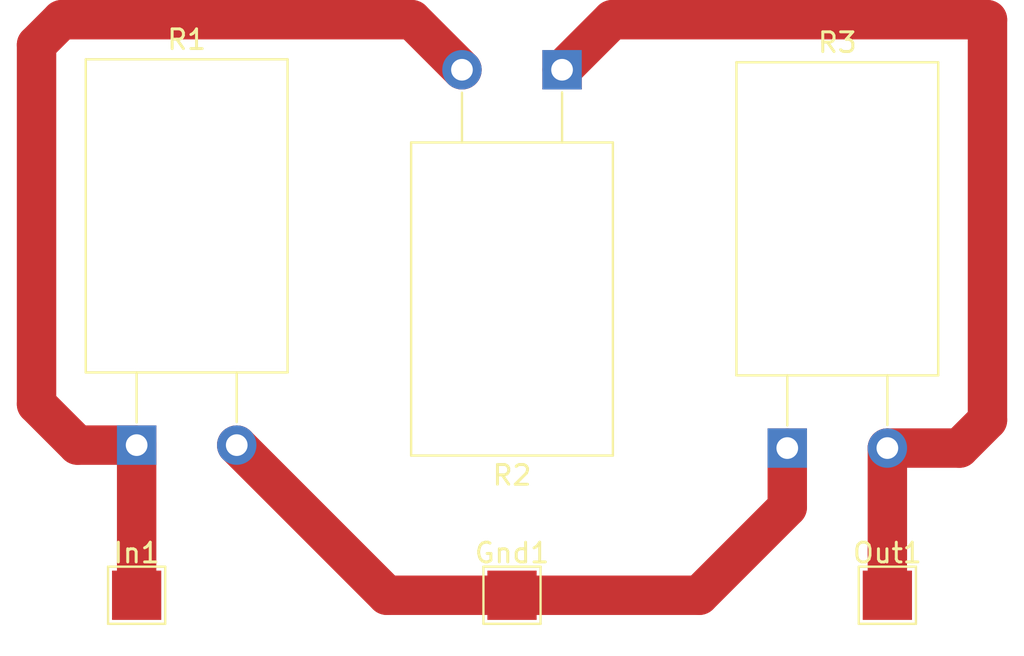
<source format=kicad_pcb>
(kicad_pcb (version 20171130) (host pcbnew 5.1.5-52549c5~84~ubuntu18.04.1)

  (general
    (thickness 1.6)
    (drawings 0)
    (tracks 18)
    (zones 0)
    (modules 6)
    (nets 4)
  )

  (page A4)
  (layers
    (0 F.Cu signal)
    (31 B.Cu signal)
    (32 B.Adhes user)
    (33 F.Adhes user)
    (34 B.Paste user)
    (35 F.Paste user)
    (36 B.SilkS user)
    (37 F.SilkS user)
    (38 B.Mask user)
    (39 F.Mask user)
    (40 Dwgs.User user)
    (41 Cmts.User user)
    (42 Eco1.User user)
    (43 Eco2.User user)
    (44 Edge.Cuts user)
    (45 Margin user)
    (46 B.CrtYd user)
    (47 F.CrtYd user)
    (48 B.Fab user)
    (49 F.Fab user)
  )

  (setup
    (last_trace_width 2)
    (user_trace_width 2)
    (trace_clearance 0.2)
    (zone_clearance 0.508)
    (zone_45_only no)
    (trace_min 0.2)
    (via_size 0.8)
    (via_drill 0.4)
    (via_min_size 0.4)
    (via_min_drill 0.3)
    (uvia_size 0.3)
    (uvia_drill 0.1)
    (uvias_allowed no)
    (uvia_min_size 0.2)
    (uvia_min_drill 0.1)
    (edge_width 0.05)
    (segment_width 0.2)
    (pcb_text_width 0.3)
    (pcb_text_size 1.5 1.5)
    (mod_edge_width 0.12)
    (mod_text_size 1 1)
    (mod_text_width 0.15)
    (pad_size 1.524 1.524)
    (pad_drill 0.762)
    (pad_to_mask_clearance 0.051)
    (solder_mask_min_width 0.25)
    (aux_axis_origin 0 0)
    (visible_elements FFFFFF7F)
    (pcbplotparams
      (layerselection 0x010fc_ffffffff)
      (usegerberextensions false)
      (usegerberattributes false)
      (usegerberadvancedattributes false)
      (creategerberjobfile false)
      (excludeedgelayer true)
      (linewidth 0.100000)
      (plotframeref false)
      (viasonmask false)
      (mode 1)
      (useauxorigin false)
      (hpglpennumber 1)
      (hpglpenspeed 20)
      (hpglpendiameter 15.000000)
      (psnegative false)
      (psa4output false)
      (plotreference true)
      (plotvalue true)
      (plotinvisibletext false)
      (padsonsilk false)
      (subtractmaskfromsilk false)
      (outputformat 1)
      (mirror false)
      (drillshape 1)
      (scaleselection 1)
      (outputdirectory ""))
  )

  (net 0 "")
  (net 1 GNDREF)
  (net 2 "Net-(In1-Pad1)")
  (net 3 "Net-(Out1-Pad1)")

  (net_class Default "This is the default net class."
    (clearance 0.2)
    (trace_width 0.25)
    (via_dia 0.8)
    (via_drill 0.4)
    (uvia_dia 0.3)
    (uvia_drill 0.1)
    (add_net GNDREF)
    (add_net "Net-(In1-Pad1)")
    (add_net "Net-(Out1-Pad1)")
  )

  (module TestPoint:TestPoint_Pad_2.5x2.5mm (layer F.Cu) (tedit 5A0F774F) (tstamp 5E24B19E)
    (at 124.46 102.87)
    (descr "SMD rectangular pad as test Point, square 2.5mm side length")
    (tags "test point SMD pad rectangle square")
    (path /5E247802)
    (attr virtual)
    (fp_text reference In1 (at 0 -2.148) (layer F.SilkS)
      (effects (font (size 1 1) (thickness 0.15)))
    )
    (fp_text value MountingHole_Pad (at 0 2.25) (layer F.Fab)
      (effects (font (size 1 1) (thickness 0.15)))
    )
    (fp_line (start 1.75 1.75) (end -1.75 1.75) (layer F.CrtYd) (width 0.05))
    (fp_line (start 1.75 1.75) (end 1.75 -1.75) (layer F.CrtYd) (width 0.05))
    (fp_line (start -1.75 -1.75) (end -1.75 1.75) (layer F.CrtYd) (width 0.05))
    (fp_line (start -1.75 -1.75) (end 1.75 -1.75) (layer F.CrtYd) (width 0.05))
    (fp_line (start -1.45 1.45) (end -1.45 -1.45) (layer F.SilkS) (width 0.12))
    (fp_line (start 1.45 1.45) (end -1.45 1.45) (layer F.SilkS) (width 0.12))
    (fp_line (start 1.45 -1.45) (end 1.45 1.45) (layer F.SilkS) (width 0.12))
    (fp_line (start -1.45 -1.45) (end 1.45 -1.45) (layer F.SilkS) (width 0.12))
    (fp_text user %R (at 0 -2.15) (layer F.Fab)
      (effects (font (size 1 1) (thickness 0.15)))
    )
    (pad 1 smd rect (at 0 0) (size 2.5 2.5) (layers F.Cu F.Mask)
      (net 2 "Net-(In1-Pad1)"))
  )

  (module Package_TO_SOT_THT:TO-220-2_Horizontal_TabDown (layer F.Cu) (tedit 5AC8BA0D) (tstamp 5E24B203)
    (at 157.48 95.4)
    (descr "TO-220-2, Horizontal, RM 5.08mm, see https://www.centralsemi.com/PDFS/CASE/TO-220-2PD.PDF")
    (tags "TO-220-2 Horizontal RM 5.08mm")
    (path /5E243DCD)
    (fp_text reference R3 (at 2.54 -20.58) (layer F.SilkS)
      (effects (font (size 1 1) (thickness 0.15)))
    )
    (fp_text value 100R (at 2.54 2) (layer F.Fab)
      (effects (font (size 1 1) (thickness 0.15)))
    )
    (fp_text user %R (at 2.54 -20.58) (layer F.Fab)
      (effects (font (size 1 1) (thickness 0.15)))
    )
    (fp_line (start 7.79 -19.71) (end -2.71 -19.71) (layer F.CrtYd) (width 0.05))
    (fp_line (start 7.79 1.25) (end 7.79 -19.71) (layer F.CrtYd) (width 0.05))
    (fp_line (start -2.71 1.25) (end 7.79 1.25) (layer F.CrtYd) (width 0.05))
    (fp_line (start -2.71 -19.71) (end -2.71 1.25) (layer F.CrtYd) (width 0.05))
    (fp_line (start 5.08 -3.69) (end 5.08 -1.165) (layer F.SilkS) (width 0.12))
    (fp_line (start 0 -3.69) (end 0 -1.15) (layer F.SilkS) (width 0.12))
    (fp_line (start 7.66 -19.58) (end 7.66 -3.69) (layer F.SilkS) (width 0.12))
    (fp_line (start -2.58 -19.58) (end -2.58 -3.69) (layer F.SilkS) (width 0.12))
    (fp_line (start -2.58 -19.58) (end 7.66 -19.58) (layer F.SilkS) (width 0.12))
    (fp_line (start -2.58 -3.69) (end 7.66 -3.69) (layer F.SilkS) (width 0.12))
    (fp_line (start 5.08 -3.81) (end 5.08 0) (layer F.Fab) (width 0.1))
    (fp_line (start 0 -3.81) (end 0 0) (layer F.Fab) (width 0.1))
    (fp_line (start 7.54 -3.81) (end -2.46 -3.81) (layer F.Fab) (width 0.1))
    (fp_line (start 7.54 -13.06) (end 7.54 -3.81) (layer F.Fab) (width 0.1))
    (fp_line (start -2.46 -13.06) (end 7.54 -13.06) (layer F.Fab) (width 0.1))
    (fp_line (start -2.46 -3.81) (end -2.46 -13.06) (layer F.Fab) (width 0.1))
    (fp_line (start 7.54 -13.06) (end -2.46 -13.06) (layer F.Fab) (width 0.1))
    (fp_line (start 7.54 -19.46) (end 7.54 -13.06) (layer F.Fab) (width 0.1))
    (fp_line (start -2.46 -19.46) (end 7.54 -19.46) (layer F.Fab) (width 0.1))
    (fp_line (start -2.46 -13.06) (end -2.46 -19.46) (layer F.Fab) (width 0.1))
    (fp_circle (center 2.54 -16.66) (end 4.39 -16.66) (layer F.Fab) (width 0.1))
    (pad 2 thru_hole oval (at 5.08 0) (size 2 2) (drill 1.1) (layers *.Cu *.Mask)
      (net 3 "Net-(Out1-Pad1)"))
    (pad 1 thru_hole rect (at 0 0) (size 2 2) (drill 1.1) (layers *.Cu *.Mask)
      (net 1 GNDREF))
    (pad "" np_thru_hole oval (at 2.54 -16.66) (size 3.5 3.5) (drill 3.5) (layers *.Cu *.Mask))
    (model ${KISYS3DMOD}/Package_TO_SOT_THT.3dshapes/TO-220-2_Horizontal_TabDown.wrl
      (at (xyz 0 0 0))
      (scale (xyz 1 1 1))
      (rotate (xyz 0 0 0))
    )
  )

  (module Package_TO_SOT_THT:TO-220-2_Horizontal_TabDown (layer F.Cu) (tedit 5AC8BA0D) (tstamp 5E24B1E6)
    (at 146.05 76.2 180)
    (descr "TO-220-2, Horizontal, RM 5.08mm, see https://www.centralsemi.com/PDFS/CASE/TO-220-2PD.PDF")
    (tags "TO-220-2 Horizontal RM 5.08mm")
    (path /5E2440FD)
    (fp_text reference R2 (at 2.54 -20.58) (layer F.SilkS)
      (effects (font (size 1 1) (thickness 0.15)))
    )
    (fp_text value 75R (at 2.54 2) (layer F.Fab)
      (effects (font (size 1 1) (thickness 0.15)))
    )
    (fp_text user %R (at 2.54 -20.58) (layer F.Fab)
      (effects (font (size 1 1) (thickness 0.15)))
    )
    (fp_line (start 7.79 -19.71) (end -2.71 -19.71) (layer F.CrtYd) (width 0.05))
    (fp_line (start 7.79 1.25) (end 7.79 -19.71) (layer F.CrtYd) (width 0.05))
    (fp_line (start -2.71 1.25) (end 7.79 1.25) (layer F.CrtYd) (width 0.05))
    (fp_line (start -2.71 -19.71) (end -2.71 1.25) (layer F.CrtYd) (width 0.05))
    (fp_line (start 5.08 -3.69) (end 5.08 -1.165) (layer F.SilkS) (width 0.12))
    (fp_line (start 0 -3.69) (end 0 -1.15) (layer F.SilkS) (width 0.12))
    (fp_line (start 7.66 -19.58) (end 7.66 -3.69) (layer F.SilkS) (width 0.12))
    (fp_line (start -2.58 -19.58) (end -2.58 -3.69) (layer F.SilkS) (width 0.12))
    (fp_line (start -2.58 -19.58) (end 7.66 -19.58) (layer F.SilkS) (width 0.12))
    (fp_line (start -2.58 -3.69) (end 7.66 -3.69) (layer F.SilkS) (width 0.12))
    (fp_line (start 5.08 -3.81) (end 5.08 0) (layer F.Fab) (width 0.1))
    (fp_line (start 0 -3.81) (end 0 0) (layer F.Fab) (width 0.1))
    (fp_line (start 7.54 -3.81) (end -2.46 -3.81) (layer F.Fab) (width 0.1))
    (fp_line (start 7.54 -13.06) (end 7.54 -3.81) (layer F.Fab) (width 0.1))
    (fp_line (start -2.46 -13.06) (end 7.54 -13.06) (layer F.Fab) (width 0.1))
    (fp_line (start -2.46 -3.81) (end -2.46 -13.06) (layer F.Fab) (width 0.1))
    (fp_line (start 7.54 -13.06) (end -2.46 -13.06) (layer F.Fab) (width 0.1))
    (fp_line (start 7.54 -19.46) (end 7.54 -13.06) (layer F.Fab) (width 0.1))
    (fp_line (start -2.46 -19.46) (end 7.54 -19.46) (layer F.Fab) (width 0.1))
    (fp_line (start -2.46 -13.06) (end -2.46 -19.46) (layer F.Fab) (width 0.1))
    (fp_circle (center 2.54 -16.66) (end 4.39 -16.66) (layer F.Fab) (width 0.1))
    (pad 2 thru_hole oval (at 5.08 0 180) (size 2 2) (drill 1.1) (layers *.Cu *.Mask)
      (net 2 "Net-(In1-Pad1)"))
    (pad 1 thru_hole rect (at 0 0 180) (size 2 2) (drill 1.1) (layers *.Cu *.Mask)
      (net 3 "Net-(Out1-Pad1)"))
    (pad "" np_thru_hole oval (at 2.54 -16.66 180) (size 3.5 3.5) (drill 3.5) (layers *.Cu *.Mask))
    (model ${KISYS3DMOD}/Package_TO_SOT_THT.3dshapes/TO-220-2_Horizontal_TabDown.wrl
      (at (xyz 0 0 0))
      (scale (xyz 1 1 1))
      (rotate (xyz 0 0 0))
    )
  )

  (module Package_TO_SOT_THT:TO-220-2_Horizontal_TabDown (layer F.Cu) (tedit 5AC8BA0D) (tstamp 5E24B1C9)
    (at 124.46 95.25)
    (descr "TO-220-2, Horizontal, RM 5.08mm, see https://www.centralsemi.com/PDFS/CASE/TO-220-2PD.PDF")
    (tags "TO-220-2 Horizontal RM 5.08mm")
    (path /5E243A60)
    (fp_text reference R1 (at 2.54 -20.58) (layer F.SilkS)
      (effects (font (size 1 1) (thickness 0.15)))
    )
    (fp_text value 100R (at 2.54 2) (layer F.Fab)
      (effects (font (size 1 1) (thickness 0.15)))
    )
    (fp_text user %R (at 2.54 -20.58) (layer F.Fab)
      (effects (font (size 1 1) (thickness 0.15)))
    )
    (fp_line (start 7.79 -19.71) (end -2.71 -19.71) (layer F.CrtYd) (width 0.05))
    (fp_line (start 7.79 1.25) (end 7.79 -19.71) (layer F.CrtYd) (width 0.05))
    (fp_line (start -2.71 1.25) (end 7.79 1.25) (layer F.CrtYd) (width 0.05))
    (fp_line (start -2.71 -19.71) (end -2.71 1.25) (layer F.CrtYd) (width 0.05))
    (fp_line (start 5.08 -3.69) (end 5.08 -1.165) (layer F.SilkS) (width 0.12))
    (fp_line (start 0 -3.69) (end 0 -1.15) (layer F.SilkS) (width 0.12))
    (fp_line (start 7.66 -19.58) (end 7.66 -3.69) (layer F.SilkS) (width 0.12))
    (fp_line (start -2.58 -19.58) (end -2.58 -3.69) (layer F.SilkS) (width 0.12))
    (fp_line (start -2.58 -19.58) (end 7.66 -19.58) (layer F.SilkS) (width 0.12))
    (fp_line (start -2.58 -3.69) (end 7.66 -3.69) (layer F.SilkS) (width 0.12))
    (fp_line (start 5.08 -3.81) (end 5.08 0) (layer F.Fab) (width 0.1))
    (fp_line (start 0 -3.81) (end 0 0) (layer F.Fab) (width 0.1))
    (fp_line (start 7.54 -3.81) (end -2.46 -3.81) (layer F.Fab) (width 0.1))
    (fp_line (start 7.54 -13.06) (end 7.54 -3.81) (layer F.Fab) (width 0.1))
    (fp_line (start -2.46 -13.06) (end 7.54 -13.06) (layer F.Fab) (width 0.1))
    (fp_line (start -2.46 -3.81) (end -2.46 -13.06) (layer F.Fab) (width 0.1))
    (fp_line (start 7.54 -13.06) (end -2.46 -13.06) (layer F.Fab) (width 0.1))
    (fp_line (start 7.54 -19.46) (end 7.54 -13.06) (layer F.Fab) (width 0.1))
    (fp_line (start -2.46 -19.46) (end 7.54 -19.46) (layer F.Fab) (width 0.1))
    (fp_line (start -2.46 -13.06) (end -2.46 -19.46) (layer F.Fab) (width 0.1))
    (fp_circle (center 2.54 -16.66) (end 4.39 -16.66) (layer F.Fab) (width 0.1))
    (pad 2 thru_hole oval (at 5.08 0) (size 2 2) (drill 1.1) (layers *.Cu *.Mask)
      (net 1 GNDREF))
    (pad 1 thru_hole rect (at 0 0) (size 2 2) (drill 1.1) (layers *.Cu *.Mask)
      (net 2 "Net-(In1-Pad1)"))
    (pad "" np_thru_hole oval (at 2.54 -16.66) (size 3.5 3.5) (drill 3.5) (layers *.Cu *.Mask))
    (model ${KISYS3DMOD}/Package_TO_SOT_THT.3dshapes/TO-220-2_Horizontal_TabDown.wrl
      (at (xyz 0 0 0))
      (scale (xyz 1 1 1))
      (rotate (xyz 0 0 0))
    )
  )

  (module TestPoint:TestPoint_Pad_2.5x2.5mm (layer F.Cu) (tedit 5A0F774F) (tstamp 5E24B1AC)
    (at 162.56 102.87)
    (descr "SMD rectangular pad as test Point, square 2.5mm side length")
    (tags "test point SMD pad rectangle square")
    (path /5E247F60)
    (attr virtual)
    (fp_text reference Out1 (at 0 -2.148) (layer F.SilkS)
      (effects (font (size 1 1) (thickness 0.15)))
    )
    (fp_text value MountingHole_Pad (at 0 2.25) (layer F.Fab)
      (effects (font (size 1 1) (thickness 0.15)))
    )
    (fp_line (start 1.75 1.75) (end -1.75 1.75) (layer F.CrtYd) (width 0.05))
    (fp_line (start 1.75 1.75) (end 1.75 -1.75) (layer F.CrtYd) (width 0.05))
    (fp_line (start -1.75 -1.75) (end -1.75 1.75) (layer F.CrtYd) (width 0.05))
    (fp_line (start -1.75 -1.75) (end 1.75 -1.75) (layer F.CrtYd) (width 0.05))
    (fp_line (start -1.45 1.45) (end -1.45 -1.45) (layer F.SilkS) (width 0.12))
    (fp_line (start 1.45 1.45) (end -1.45 1.45) (layer F.SilkS) (width 0.12))
    (fp_line (start 1.45 -1.45) (end 1.45 1.45) (layer F.SilkS) (width 0.12))
    (fp_line (start -1.45 -1.45) (end 1.45 -1.45) (layer F.SilkS) (width 0.12))
    (fp_text user %R (at 0 -2.15) (layer F.Fab)
      (effects (font (size 1 1) (thickness 0.15)))
    )
    (pad 1 smd rect (at 0 0) (size 2.5 2.5) (layers F.Cu F.Mask)
      (net 3 "Net-(Out1-Pad1)"))
  )

  (module TestPoint:TestPoint_Pad_2.5x2.5mm (layer F.Cu) (tedit 5A0F774F) (tstamp 5E24B190)
    (at 143.51 102.87)
    (descr "SMD rectangular pad as test Point, square 2.5mm side length")
    (tags "test point SMD pad rectangle square")
    (path /5E248D13)
    (attr virtual)
    (fp_text reference Gnd1 (at 0 -2.148) (layer F.SilkS)
      (effects (font (size 1 1) (thickness 0.15)))
    )
    (fp_text value MountingHole_Pad (at 0 2.25) (layer F.Fab)
      (effects (font (size 1 1) (thickness 0.15)))
    )
    (fp_line (start 1.75 1.75) (end -1.75 1.75) (layer F.CrtYd) (width 0.05))
    (fp_line (start 1.75 1.75) (end 1.75 -1.75) (layer F.CrtYd) (width 0.05))
    (fp_line (start -1.75 -1.75) (end -1.75 1.75) (layer F.CrtYd) (width 0.05))
    (fp_line (start -1.75 -1.75) (end 1.75 -1.75) (layer F.CrtYd) (width 0.05))
    (fp_line (start -1.45 1.45) (end -1.45 -1.45) (layer F.SilkS) (width 0.12))
    (fp_line (start 1.45 1.45) (end -1.45 1.45) (layer F.SilkS) (width 0.12))
    (fp_line (start 1.45 -1.45) (end 1.45 1.45) (layer F.SilkS) (width 0.12))
    (fp_line (start -1.45 -1.45) (end 1.45 -1.45) (layer F.SilkS) (width 0.12))
    (fp_text user %R (at 0 -2.15) (layer F.Fab)
      (effects (font (size 1 1) (thickness 0.15)))
    )
    (pad 1 smd rect (at 0 0) (size 2.5 2.5) (layers F.Cu F.Mask)
      (net 1 GNDREF))
  )

  (segment (start 137.16 102.87) (end 143.51 102.87) (width 2) (layer F.Cu) (net 1))
  (segment (start 129.54 95.25) (end 137.16 102.87) (width 2) (layer F.Cu) (net 1))
  (segment (start 157.48 98.4) (end 153.01 102.87) (width 2) (layer F.Cu) (net 1))
  (segment (start 157.48 95.4) (end 157.48 98.4) (width 2) (layer F.Cu) (net 1))
  (segment (start 153.01 102.87) (end 143.51 102.87) (width 2) (layer F.Cu) (net 1))
  (segment (start 124.46 102.87) (end 124.46 95.25) (width 2) (layer F.Cu) (net 2))
  (segment (start 121.46 95.25) (end 119.38 93.17) (width 2) (layer F.Cu) (net 2))
  (segment (start 124.46 95.25) (end 121.46 95.25) (width 2) (layer F.Cu) (net 2))
  (segment (start 119.38 93.17) (end 119.38 74.93) (width 2) (layer F.Cu) (net 2))
  (segment (start 119.38 74.93) (end 120.65 73.66) (width 2) (layer F.Cu) (net 2))
  (segment (start 138.43 73.66) (end 140.97 76.2) (width 2) (layer F.Cu) (net 2))
  (segment (start 120.65 73.66) (end 138.43 73.66) (width 2) (layer F.Cu) (net 2))
  (segment (start 162.56 102.87) (end 162.56 95.4) (width 2) (layer F.Cu) (net 3))
  (segment (start 148.59 73.66) (end 146.05 76.2) (width 2) (layer F.Cu) (net 3))
  (segment (start 167.64 73.66) (end 148.59 73.66) (width 2) (layer F.Cu) (net 3))
  (segment (start 167.64 93.98) (end 167.64 73.66) (width 2) (layer F.Cu) (net 3))
  (segment (start 162.56 95.4) (end 166.22 95.4) (width 2) (layer F.Cu) (net 3))
  (segment (start 166.22 95.4) (end 167.64 93.98) (width 2) (layer F.Cu) (net 3))

)

</source>
